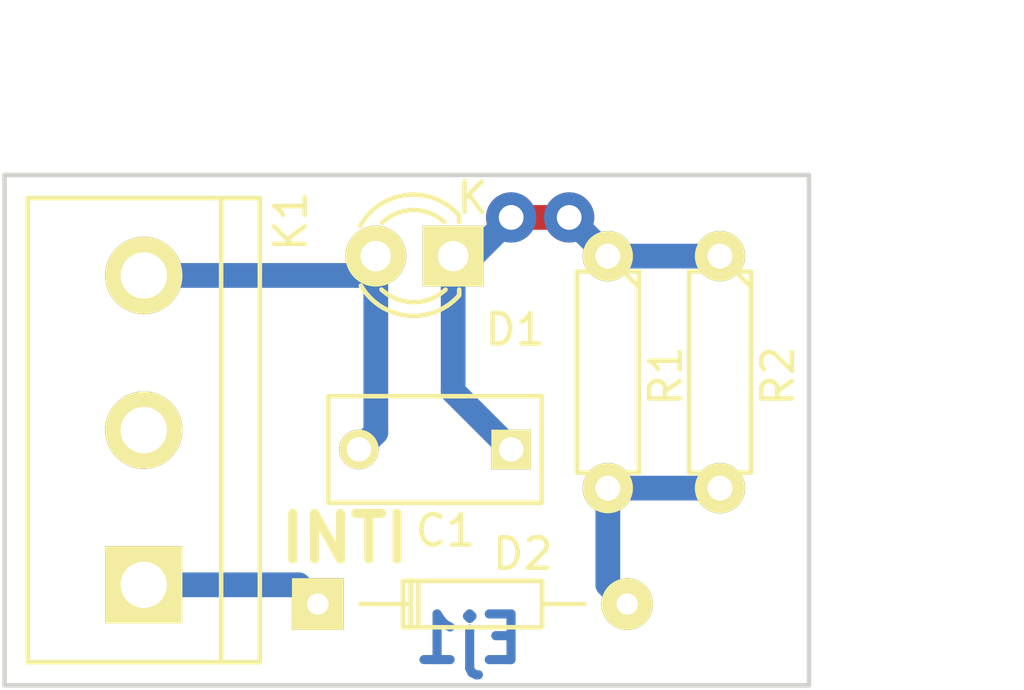
<source format=kicad_pcb>
(kicad_pcb (version 4) (host pcbnew 4.0.0-rc1-stable)

  (general
    (links 8)
    (no_connects 0)
    (area 150.292999 99.492999 176.859001 116.407001)
    (thickness 1.6)
    (drawings 8)
    (tracks 18)
    (zones 0)
    (modules 6)
    (nets 6)
  )

  (page A4)
  (title_block
    (title "Ejercicio 1 - Curso KiCAD")
    (rev 1.0)
    (company "Pablo Gomez - FIUBA")
  )

  (layers
    (0 F.Cu signal)
    (31 B.Cu signal)
    (32 B.Adhes user)
    (33 F.Adhes user)
    (34 B.Paste user)
    (35 F.Paste user)
    (36 B.SilkS user)
    (37 F.SilkS user)
    (38 B.Mask user)
    (39 F.Mask user)
    (40 Dwgs.User user)
    (41 Cmts.User user)
    (42 Eco1.User user)
    (43 Eco2.User user)
    (44 Edge.Cuts user)
    (45 Margin user)
    (46 B.CrtYd user)
    (47 F.CrtYd user)
    (48 B.Fab user)
    (49 F.Fab user)
  )

  (setup
    (last_trace_width 0.8128)
    (trace_clearance 0.8128)
    (zone_clearance 0.508)
    (zone_45_only no)
    (trace_min 0.0762)
    (segment_width 0.2)
    (edge_width 0.15)
    (via_size 1.651)
    (via_drill 0.8128)
    (via_min_size 0.0762)
    (via_min_drill 0.0762)
    (uvia_size 0.3)
    (uvia_drill 0.1)
    (uvias_allowed no)
    (uvia_min_size 0.0254)
    (uvia_min_drill 0.0762)
    (pcb_text_width 0.3)
    (pcb_text_size 1.5 1.5)
    (mod_edge_width 0.15)
    (mod_text_size 1 1)
    (mod_text_width 0.15)
    (pad_size 1.524 1.524)
    (pad_drill 0.762)
    (pad_to_mask_clearance 0.2)
    (aux_axis_origin 0 0)
    (visible_elements 7FFFFFFF)
    (pcbplotparams
      (layerselection 0x01020_80000001)
      (usegerberextensions false)
      (excludeedgelayer false)
      (linewidth 0.100000)
      (plotframeref false)
      (viasonmask false)
      (mode 1)
      (useauxorigin false)
      (hpglpennumber 1)
      (hpglpenspeed 20)
      (hpglpendiameter 15)
      (hpglpenoverlay 2)
      (psnegative false)
      (psa4output false)
      (plotreference true)
      (plotvalue false)
      (plotinvisibletext false)
      (padsonsilk false)
      (subtractmaskfromsilk false)
      (outputformat 1)
      (mirror false)
      (drillshape 0)
      (scaleselection 1)
      (outputdirectory ""))
  )

  (net 0 "")
  (net 1 "Net-(C1-Pad1)")
  (net 2 "Net-(C1-Pad2)")
  (net 3 "Net-(D2-Pad2)")
  (net 4 "Net-(D2-Pad1)")
  (net 5 "Net-(K1-Pad2)")

  (net_class Default "This is the default net class."
    (clearance 0.8128)
    (trace_width 0.8128)
    (via_dia 1.651)
    (via_drill 0.8128)
    (uvia_dia 0.3)
    (uvia_drill 0.1)
    (add_net "Net-(C1-Pad1)")
    (add_net "Net-(C1-Pad2)")
    (add_net "Net-(D2-Pad1)")
    (add_net "Net-(D2-Pad2)")
    (add_net "Net-(K1-Pad2)")
  )

  (module ej1:C_Rect_L7_W3.5_P5 (layer F.Cu) (tedit 565CA680) (tstamp 565C69B3)
    (at 167.005 108.585 180)
    (descr "Film Capacitor Length 7mm x Width 3.5mm, Pitch 5mm")
    (tags Capacitor)
    (path /565C5CBC)
    (fp_text reference C1 (at 2.159 -2.667 180) (layer F.SilkS)
      (effects (font (size 1 1) (thickness 0.15)))
    )
    (fp_text value "100 nF" (at 2.5 3 180) (layer F.Fab)
      (effects (font (size 1 1) (thickness 0.15)))
    )
    (fp_line (start -1.25 -2) (end 6.25 -2) (layer F.CrtYd) (width 0.05))
    (fp_line (start 6.25 -2) (end 6.25 2) (layer F.CrtYd) (width 0.05))
    (fp_line (start 6.25 2) (end -1.25 2) (layer F.CrtYd) (width 0.05))
    (fp_line (start -1.25 2) (end -1.25 -2) (layer F.CrtYd) (width 0.05))
    (fp_line (start -1 -1.75) (end 6 -1.75) (layer F.SilkS) (width 0.15))
    (fp_line (start 6 -1.75) (end 6 1.75) (layer F.SilkS) (width 0.15))
    (fp_line (start 6 1.75) (end -1 1.75) (layer F.SilkS) (width 0.15))
    (fp_line (start -1 1.75) (end -1 -1.75) (layer F.SilkS) (width 0.15))
    (pad 1 thru_hole rect (at 0 0 180) (size 1.3 1.3) (drill 0.8) (layers *.Cu *.Mask F.SilkS)
      (net 1 "Net-(C1-Pad1)"))
    (pad 2 thru_hole circle (at 5 0 180) (size 1.3 1.3) (drill 0.8) (layers *.Cu *.Mask F.SilkS)
      (net 2 "Net-(C1-Pad2)"))
    (model "F:/Google Drive/CursoKiCAD/Ej1/ej1.3dshapes/cnp_6mm_disc.wrl"
      (at (xyz 0.1 0 0))
      (scale (xyz 1 1 1))
      (rotate (xyz 0 0 0))
    )
  )

  (module ej1:LED-3MM (layer F.Cu) (tedit 565CABDA) (tstamp 565C69B9)
    (at 165.1 102.235 180)
    (descr "LED 3mm round vertical")
    (tags "LED  3mm round vertical")
    (path /565C5C0F)
    (fp_text reference D1 (at -2.032 -2.413 180) (layer F.SilkS)
      (effects (font (size 1 1) (thickness 0.15)))
    )
    (fp_text value "LED ROJO" (at 1.3 -2.9 180) (layer F.Fab)
      (effects (font (size 1 1) (thickness 0.15)))
    )
    (fp_line (start -1.2 2.3) (end 3.8 2.3) (layer F.CrtYd) (width 0.05))
    (fp_line (start 3.8 2.3) (end 3.8 -2.2) (layer F.CrtYd) (width 0.05))
    (fp_line (start 3.8 -2.2) (end -1.2 -2.2) (layer F.CrtYd) (width 0.05))
    (fp_line (start -1.2 -2.2) (end -1.2 2.3) (layer F.CrtYd) (width 0.05))
    (fp_line (start -0.199 1.314) (end -0.199 1.114) (layer F.SilkS) (width 0.15))
    (fp_line (start -0.199 -1.28) (end -0.199 -1.1) (layer F.SilkS) (width 0.15))
    (fp_arc (start 1.301 0.034) (end -0.199 -1.286) (angle 108.5) (layer F.SilkS) (width 0.15))
    (fp_arc (start 1.301 0.034) (end 0.25 -1.1) (angle 85.7) (layer F.SilkS) (width 0.15))
    (fp_arc (start 1.311 0.034) (end 3.051 0.994) (angle 110) (layer F.SilkS) (width 0.15))
    (fp_arc (start 1.301 0.034) (end 2.335 1.094) (angle 87.5) (layer F.SilkS) (width 0.15))
    (fp_text user K (at -0.635 1.905 180) (layer F.SilkS)
      (effects (font (size 1 1) (thickness 0.15)))
    )
    (pad 1 thru_hole rect (at 0 0 270) (size 2 2) (drill 1.00076) (layers *.Cu *.Mask F.SilkS)
      (net 1 "Net-(C1-Pad1)"))
    (pad 2 thru_hole circle (at 2.54 0 180) (size 2 2) (drill 1.00076) (layers *.Cu *.Mask F.SilkS)
      (net 2 "Net-(C1-Pad2)"))
    (model "F:/Google Drive/CursoKiCAD/Ej1/ej1.3dshapes/LED-3MM.wrl"
      (at (xyz 0.05 0 0))
      (scale (xyz 1 1 1))
      (rotate (xyz 0 0 90))
    )
  )

  (module ej1:Diode_DO-35_SOD27_Horizontal_RM10 (layer F.Cu) (tedit 565CA5E3) (tstamp 565C69BF)
    (at 160.655 113.665)
    (descr "Diode, DO-35,  SOD27, Horizontal, RM 10mm")
    (tags "Diode, DO-35, SOD27, Horizontal, RM 10mm, 1N4148,")
    (path /565C5D43)
    (fp_text reference D2 (at 6.731 -1.651) (layer F.SilkS)
      (effects (font (size 1 1) (thickness 0.15)))
    )
    (fp_text value 1N4148 (at 4.41452 -3.55854) (layer F.Fab)
      (effects (font (size 1 1) (thickness 0.15)))
    )
    (fp_line (start 7.36652 -0.00254) (end 8.76352 -0.00254) (layer F.SilkS) (width 0.15))
    (fp_line (start 2.92152 -0.00254) (end 1.39752 -0.00254) (layer F.SilkS) (width 0.15))
    (fp_line (start 3.30252 -0.76454) (end 3.30252 0.75946) (layer F.SilkS) (width 0.15))
    (fp_line (start 3.04852 -0.76454) (end 3.04852 0.75946) (layer F.SilkS) (width 0.15))
    (fp_line (start 2.79452 -0.00254) (end 2.79452 0.75946) (layer F.SilkS) (width 0.15))
    (fp_line (start 2.79452 0.75946) (end 7.36652 0.75946) (layer F.SilkS) (width 0.15))
    (fp_line (start 7.36652 0.75946) (end 7.36652 -0.76454) (layer F.SilkS) (width 0.15))
    (fp_line (start 7.36652 -0.76454) (end 2.79452 -0.76454) (layer F.SilkS) (width 0.15))
    (fp_line (start 2.79452 -0.76454) (end 2.79452 -0.00254) (layer F.SilkS) (width 0.15))
    (pad 2 thru_hole circle (at 10.16052 -0.00254 180) (size 1.69926 1.69926) (drill 0.70104) (layers *.Cu *.Mask F.SilkS)
      (net 3 "Net-(D2-Pad2)"))
    (pad 1 thru_hole rect (at 0.00052 -0.00254 180) (size 1.69926 1.69926) (drill 0.70104) (layers *.Cu *.Mask F.SilkS)
      (net 4 "Net-(D2-Pad1)"))
    (model "F:/Google Drive/CursoKiCAD/Ej1/ej1.3dshapes/Diode_DO-35_SOD27_Horizontal_RM10.wrl"
      (at (xyz 0.2 0 0))
      (scale (xyz 0.4 0.4 0.4))
      (rotate (xyz 0 0 180))
    )
  )

  (module ej1:bornier3 (layer F.Cu) (tedit 565CA5DA) (tstamp 565C69C6)
    (at 154.94 107.95 90)
    (descr "Bornier d'alimentation 3 pins")
    (tags DEV)
    (path /565C5B22)
    (fp_text reference K1 (at 6.858 4.826 90) (layer F.SilkS)
      (effects (font (size 1 1) (thickness 0.15)))
    )
    (fp_text value CONN_3 (at 0 5.08 90) (layer F.Fab)
      (effects (font (size 1 1) (thickness 0.15)))
    )
    (fp_line (start -7.62 3.81) (end -7.62 -3.81) (layer F.SilkS) (width 0.15))
    (fp_line (start 7.62 3.81) (end 7.62 -3.81) (layer F.SilkS) (width 0.15))
    (fp_line (start -7.62 2.54) (end 7.62 2.54) (layer F.SilkS) (width 0.15))
    (fp_line (start -7.62 -3.81) (end 7.62 -3.81) (layer F.SilkS) (width 0.15))
    (fp_line (start -7.62 3.81) (end 7.62 3.81) (layer F.SilkS) (width 0.15))
    (pad 1 thru_hole rect (at -5.08 0 90) (size 2.54 2.54) (drill 1.524) (layers *.Cu *.Mask F.SilkS)
      (net 4 "Net-(D2-Pad1)"))
    (pad 2 thru_hole circle (at 0 0 90) (size 2.54 2.54) (drill 1.524) (layers *.Cu *.Mask F.SilkS)
      (net 5 "Net-(K1-Pad2)"))
    (pad 3 thru_hole circle (at 5.08 0 90) (size 2.54 2.54) (drill 1.524) (layers *.Cu *.Mask F.SilkS)
      (net 2 "Net-(C1-Pad2)"))
    (model "F:/Google Drive/CursoKiCAD/Ej1/ej1.3dshapes/bornier3.wrl"
      (at (xyz 0 0 0))
      (scale (xyz 1 1 1))
      (rotate (xyz 0 0 0))
    )
  )

  (module ej1:R3-LARGE_PADS (layer F.Cu) (tedit 565CAB39) (tstamp 565C69CC)
    (at 170.18 106.045 270)
    (descr "Resitance 3 pas")
    (tags R)
    (path /565C5DC9)
    (fp_text reference R1 (at 0.127 -1.905 270) (layer F.SilkS)
      (effects (font (size 1 1) (thickness 0.15)))
    )
    (fp_text value 100K (at 0 0 270) (layer F.Fab)
      (effects (font (size 1 1) (thickness 0.15)))
    )
    (fp_line (start -3.81 0) (end -3.302 0) (layer F.SilkS) (width 0.15))
    (fp_line (start 3.81 0) (end 3.302 0) (layer F.SilkS) (width 0.15))
    (fp_line (start 3.302 0) (end 3.302 -1.016) (layer F.SilkS) (width 0.15))
    (fp_line (start 3.302 -1.016) (end -3.302 -1.016) (layer F.SilkS) (width 0.15))
    (fp_line (start -3.302 -1.016) (end -3.302 1.016) (layer F.SilkS) (width 0.15))
    (fp_line (start -3.302 1.016) (end 3.302 1.016) (layer F.SilkS) (width 0.15))
    (fp_line (start 3.302 1.016) (end 3.302 0) (layer F.SilkS) (width 0.15))
    (fp_line (start -3.302 -0.508) (end -2.794 -1.016) (layer F.SilkS) (width 0.15))
    (pad 1 thru_hole circle (at -3.81 0 270) (size 1.651 1.651) (drill 0.8128) (layers *.Cu *.Mask F.SilkS)
      (net 1 "Net-(C1-Pad1)"))
    (pad 2 thru_hole circle (at 3.81 0 270) (size 1.651 1.651) (drill 0.8128) (layers *.Cu *.Mask F.SilkS)
      (net 3 "Net-(D2-Pad2)"))
    (model "F:/Google Drive/CursoKiCAD/Ej1/ej1.3dshapes/R3-LARGE_PADS.wrl"
      (at (xyz 0 0 0))
      (scale (xyz 0.3 0.3 0.3))
      (rotate (xyz 0 0 0))
    )
  )

  (module ej1:R3-LARGE_PADS (layer F.Cu) (tedit 565CAB36) (tstamp 565CAAF1)
    (at 173.863 106.045 270)
    (descr "Resitance 3 pas")
    (tags R)
    (path /565CA8C1)
    (fp_text reference R2 (at 0.127 -1.905 270) (layer F.SilkS)
      (effects (font (size 1 1) (thickness 0.15)))
    )
    (fp_text value R (at 0 0 270) (layer F.Fab)
      (effects (font (size 1 1) (thickness 0.15)))
    )
    (fp_line (start -3.81 0) (end -3.302 0) (layer F.SilkS) (width 0.15))
    (fp_line (start 3.81 0) (end 3.302 0) (layer F.SilkS) (width 0.15))
    (fp_line (start 3.302 0) (end 3.302 -1.016) (layer F.SilkS) (width 0.15))
    (fp_line (start 3.302 -1.016) (end -3.302 -1.016) (layer F.SilkS) (width 0.15))
    (fp_line (start -3.302 -1.016) (end -3.302 1.016) (layer F.SilkS) (width 0.15))
    (fp_line (start -3.302 1.016) (end 3.302 1.016) (layer F.SilkS) (width 0.15))
    (fp_line (start 3.302 1.016) (end 3.302 0) (layer F.SilkS) (width 0.15))
    (fp_line (start -3.302 -0.508) (end -2.794 -1.016) (layer F.SilkS) (width 0.15))
    (pad 1 thru_hole circle (at -3.81 0 270) (size 1.651 1.651) (drill 0.8128) (layers *.Cu *.Mask F.SilkS)
      (net 1 "Net-(C1-Pad1)"))
    (pad 2 thru_hole circle (at 3.81 0 270) (size 1.651 1.651) (drill 0.8128) (layers *.Cu *.Mask F.SilkS)
      (net 3 "Net-(D2-Pad2)"))
    (model "F:/Google Drive/CursoKiCAD/Ej1/ej1.3dshapes/R3-LARGE_PADS.wrl"
      (at (xyz 0 0 0))
      (scale (xyz 0.3 0.3 0.3))
      (rotate (xyz 0 0 0))
    )
  )

  (dimension 16.764 (width 0.3) (layer Dwgs.User)
    (gr_text "16,764 mm" (at 181.182 107.95 270) (layer Dwgs.User)
      (effects (font (size 1.5 1.5) (thickness 0.3)))
    )
    (feature1 (pts (xy 176.784 116.332) (xy 182.532 116.332)))
    (feature2 (pts (xy 176.784 99.568) (xy 182.532 99.568)))
    (crossbar (pts (xy 179.832 99.568) (xy 179.832 116.332)))
    (arrow1a (pts (xy 179.832 116.332) (xy 179.245579 115.205496)))
    (arrow1b (pts (xy 179.832 116.332) (xy 180.418421 115.205496)))
    (arrow2a (pts (xy 179.832 99.568) (xy 179.245579 100.694504)))
    (arrow2b (pts (xy 179.832 99.568) (xy 180.418421 100.694504)))
  )
  (gr_line (start 176.784 116.332) (end 176.784 99.568) (angle 90) (layer Edge.Cuts) (width 0.15))
  (gr_line (start 150.368 116.332) (end 176.784 116.332) (angle 90) (layer Edge.Cuts) (width 0.15))
  (gr_line (start 150.368 99.568) (end 150.368 116.332) (angle 90) (layer Edge.Cuts) (width 0.15))
  (dimension 26.416 (width 0.3) (layer Dwgs.User)
    (gr_text "26,416 mm" (at 163.576 95.678) (layer Dwgs.User)
      (effects (font (size 1.5 1.5) (thickness 0.3)))
    )
    (feature1 (pts (xy 176.784 99.568) (xy 176.784 94.328)))
    (feature2 (pts (xy 150.368 99.568) (xy 150.368 94.328)))
    (crossbar (pts (xy 150.368 97.028) (xy 176.784 97.028)))
    (arrow1a (pts (xy 176.784 97.028) (xy 175.657496 97.614421)))
    (arrow1b (pts (xy 176.784 97.028) (xy 175.657496 96.441579)))
    (arrow2a (pts (xy 150.368 97.028) (xy 151.494504 97.614421)))
    (arrow2b (pts (xy 150.368 97.028) (xy 151.494504 96.441579)))
  )
  (gr_line (start 176.784 99.568) (end 150.368 99.568) (angle 90) (layer Edge.Cuts) (width 0.15))
  (gr_text INTI (at 161.544 111.506) (layer F.SilkS)
    (effects (font (size 1.5 1.5) (thickness 0.3)))
  )
  (gr_text Ej1 (at 165.608 114.808) (layer B.Cu)
    (effects (font (size 1.5 1.5) (thickness 0.3)) (justify mirror))
  )

  (segment (start 170.18 102.235) (end 173.863 102.235) (width 0.8128) (layer B.Cu) (net 1))
  (segment (start 165.1 102.235) (end 165.735 102.235) (width 0.8128) (layer B.Cu) (net 1))
  (segment (start 165.735 102.235) (end 167.005 100.965) (width 0.8128) (layer B.Cu) (net 1) (tstamp 565C7070))
  (segment (start 168.91 100.965) (end 170.18 102.235) (width 0.8128) (layer B.Cu) (net 1) (tstamp 565C7079))
  (via (at 168.91 100.965) (size 1.651) (drill 0.8128) (layers F.Cu B.Cu) (net 1))
  (segment (start 167.005 100.965) (end 168.91 100.965) (width 0.8128) (layer F.Cu) (net 1) (tstamp 565C7076))
  (via (at 167.005 100.965) (size 1.651) (drill 0.8128) (layers F.Cu B.Cu) (net 1))
  (segment (start 167.005 108.585) (end 165.1 106.68) (width 0.8128) (layer B.Cu) (net 1))
  (segment (start 165.1 106.68) (end 165.1 102.235) (width 0.8128) (layer B.Cu) (net 1) (tstamp 565C7013))
  (segment (start 154.94 102.87) (end 161.925 102.87) (width 0.8128) (layer B.Cu) (net 2))
  (segment (start 161.925 102.87) (end 162.56 102.235) (width 0.8128) (layer B.Cu) (net 2) (tstamp 565C6FF1))
  (segment (start 162.56 102.235) (end 162.56 108.03) (width 0.8128) (layer B.Cu) (net 2) (tstamp 565C6FF5))
  (segment (start 162.56 108.03) (end 162.005 108.585) (width 0.8128) (layer B.Cu) (net 2) (tstamp 565C6FF7))
  (segment (start 170.18 109.855) (end 173.863 109.855) (width 0.8128) (layer B.Cu) (net 3))
  (segment (start 170.18 109.855) (end 170.18 113.02694) (width 0.8128) (layer B.Cu) (net 3))
  (segment (start 170.18 113.02694) (end 170.81552 113.66246) (width 0.8128) (layer B.Cu) (net 3) (tstamp 565C701E))
  (segment (start 154.94 113.03) (end 160.02306 113.03) (width 0.8128) (layer B.Cu) (net 4))
  (segment (start 160.02306 113.03) (end 160.65552 113.66246) (width 0.8128) (layer B.Cu) (net 4) (tstamp 565C7023))

)

</source>
